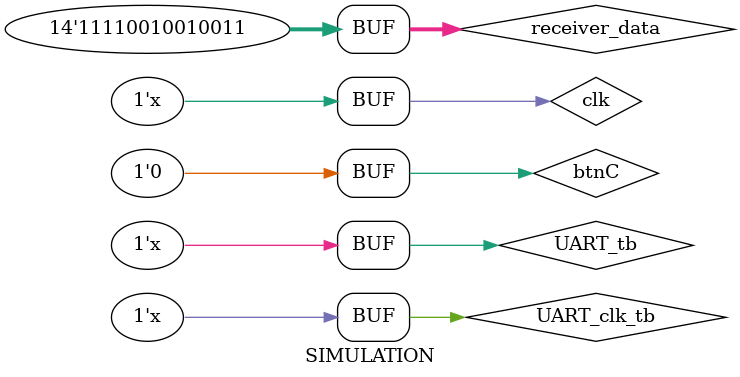
<source format=v>
`timescale 1ns / 1ps


module SIMULATION(

    );
    integer i; 
    reg clk = 1'b0;
    reg btnC = 1'b0;
    reg UART_clk_tb = 1'b0;
    reg UART_tb = 1'b0;
    reg [13:0] receiver_data = 14'b11110010010011;
    top DUT(
        .clk(clk),
        .UART_clk_No_Div(UART_clk_tb),
        .btnC(btnC),
        .RsRx(RsRx),
        .RsTx(RsTx)
       
    );
    wire RsTx;
    reg RsRx = 1'b1;
    

    always #88 UART_clk_tb = ~UART_clk_tb; 
    always #5 clk = ~clk;
    always #4340 UART_tb = ~UART_tb;
    initial 
        begin 
            i = 0;
            #5 btnC = 1'b1;
            #5 btnC = 1'b0; 
    end

    
    always@(posedge UART_tb) begin
        if( i < 13) begin
            RsRx = receiver_data[i]; i = i + 1;
        end
        else RsRx = 1'b1;
    end
    
endmodule






</source>
